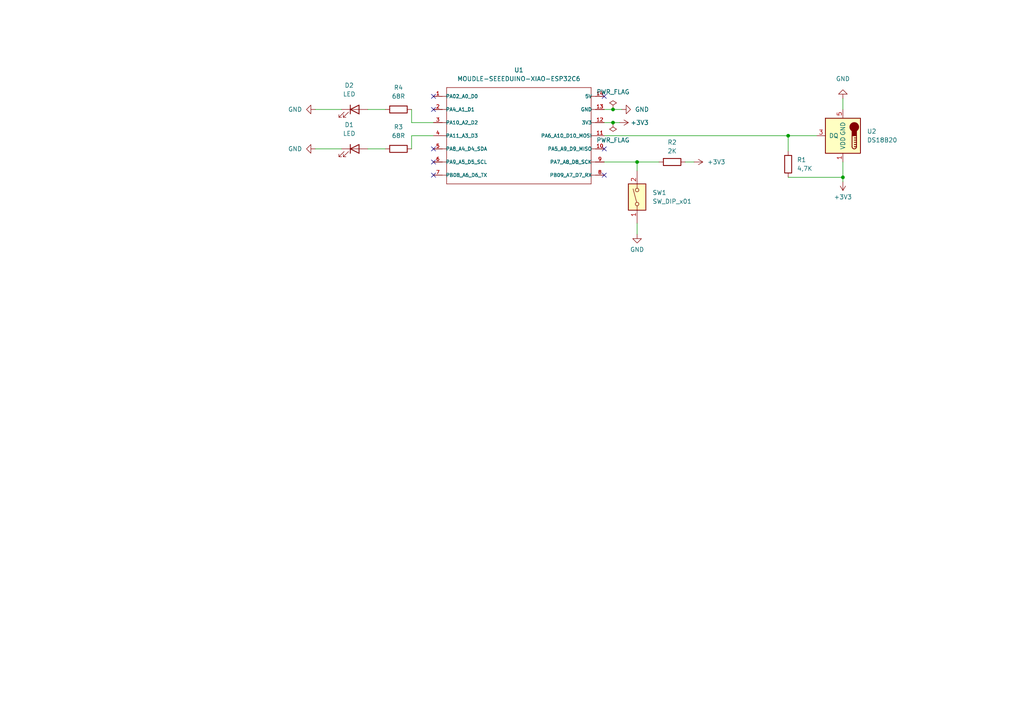
<source format=kicad_sch>
(kicad_sch (version 20231120) (generator "eeschema") (generator_version "8.0")
  (paper "A4")
  (lib_symbols
    (symbol "Device:LED" (pin_numbers hide) (pin_names (offset 1.016) hide)
      (property "Reference" "D" (at 0 2.54 0))
      (property "Value" "LED" (at 0 -2.54 0))
      (symbol "LED_0_1"
        (polyline (pts (xy -1.27 -1.27) (xy -1.27 1.27)) (stroke (width 0.254)))
        (polyline (pts (xy -1.27 0) (xy 1.27 0)))
        (polyline (pts (xy 1.27 -1.27) (xy 1.27 1.27) (xy -1.27 0) (xy 1.27 -1.27)) (stroke (width 0.254)))
        (polyline (pts (xy -3.048 -0.762) (xy -4.572 -2.286) (xy -3.81 -2.286) (xy -4.572 -2.286) (xy -4.572 -1.524)))
        (polyline (pts (xy -1.778 -0.762) (xy -3.302 -2.286) (xy -2.54 -2.286) (xy -3.302 -2.286) (xy -3.302 -1.524)))
      )
      (symbol "LED_1_1"
        (pin passive line (at -3.81 0 0) (length 2.54) (name "K") (number "1"))
        (pin passive line (at 3.81 0 180) (length 2.54) (name "A") (number "2"))
      )
    )
    (symbol "Device:R" (pin_numbers hide) (pin_names (offset 0))
      (property "Reference" "R" (at 2.032 0 90))
      (property "Value" "R" (at 0 0 90))
      (symbol "R_0_1"
        (rectangle (start -1.016 -2.54) (end 1.016 2.54) (stroke (width 0.254)))
      )
      (symbol "R_1_1"
        (pin passive line (at 0 3.81 270) (length 1.27) (name "~") (number "1"))
        (pin passive line (at 0 -3.81 90) (length 1.27) (name "~") (number "2"))
      )
    )
    (symbol "MOUDLE-SEEEDUINO-XIAO-ESP32C3:MOUDLE-SEEEDUINO-XIAO-ESP32C3" (pin_names (offset 1.016))
      (property "Reference" "U" (at -21.59 15.24 0))
      (property "Value" "MOUDLE-SEEEDUINO-XIAO-ESP32C3" (at -21.59 13.97 0))
      (symbol "MOUDLE-SEEEDUINO-XIAO-ESP32C3_0_0"
        (polyline (pts (xy -21.59 -13.97) (xy -21.59 0)) (stroke (width 0.1524)))
        (polyline (pts (xy -21.59 -11.43) (xy -22.86 -11.43)) (stroke (width 0.1524)))
        (polyline (pts (xy -21.59 -7.62) (xy -22.86 -7.62)) (stroke (width 0.1524)))
        (polyline (pts (xy -21.59 -3.81) (xy -22.86 -3.81)) (stroke (width 0.1524)))
        (polyline (pts (xy -21.59 0) (xy -22.86 0)) (stroke (width 0.1524)))
        (polyline (pts (xy -21.59 0) (xy -21.59 3.81)) (stroke (width 0.1524)))
        (polyline (pts (xy -21.59 3.81) (xy -22.86 3.81)) (stroke (width 0.1524)))
        (polyline (pts (xy -21.59 3.81) (xy -21.59 7.62)) (stroke (width 0.1524)))
        (polyline (pts (xy -21.59 7.62) (xy -22.86 7.62)) (stroke (width 0.1524)))
        (polyline (pts (xy -21.59 7.62) (xy -21.59 11.43)) (stroke (width 0.1524)))
        (polyline (pts (xy -21.59 11.43) (xy -22.86 11.43)) (stroke (width 0.1524)))
        (polyline (pts (xy -21.59 11.43) (xy -21.59 13.97)) (stroke (width 0.1524)))
        (polyline (pts (xy -21.59 13.97) (xy 20.32 13.97)) (stroke (width 0.1524)))
        (polyline (pts (xy 20.32 -13.97) (xy -21.59 -13.97)) (stroke (width 0.1524)))
        (polyline (pts (xy 20.32 3.81) (xy 20.32 -13.97)) (stroke (width 0.1524)))
        (polyline (pts (xy 20.32 7.62) (xy 20.32 3.81)) (stroke (width 0.1524)))
        (polyline (pts (xy 20.32 11.43) (xy 20.32 7.62)) (stroke (width 0.1524)))
        (polyline (pts (xy 20.32 13.97) (xy 20.32 11.43)) (stroke (width 0.1524)))
        (polyline (pts (xy 21.59 -11.43) (xy 20.32 -11.43)) (stroke (width 0.1524)))
        (polyline (pts (xy 21.59 -7.62) (xy 20.32 -7.62)) (stroke (width 0.1524)))
        (polyline (pts (xy 21.59 -3.81) (xy 20.32 -3.81)) (stroke (width 0.1524)))
        (polyline (pts (xy 21.59 0) (xy 20.32 0)) (stroke (width 0.1524)))
        (polyline (pts (xy 21.59 3.81) (xy 20.32 3.81)) (stroke (width 0.1524)))
        (polyline (pts (xy 21.59 7.62) (xy 20.32 7.62)) (stroke (width 0.1524)))
        (polyline (pts (xy 21.59 11.43) (xy 20.32 11.43)) (stroke (width 0.1524)))
        (pin bidirectional line (at -25.4 11.43 0) (length 2.54) (name "PA02_A0_D0") (number "1"))
        (pin bidirectional line (at 24.13 -3.81 180) (length 2.54) (name "PA5_A9_D9_MISO") (number "10"))
        (pin bidirectional line (at 24.13 0 180) (length 2.54) (name "PA6_A10_D10_MOSI") (number "11"))
        (pin bidirectional line (at 24.13 3.81 180) (length 2.54) (name "3V3") (number "12"))
        (pin bidirectional line (at 24.13 7.62 180) (length 2.54) (name "GND") (number "13"))
        (pin bidirectional line (at 24.13 11.43 180) (length 2.54) (name "5V") (number "14"))
        (pin bidirectional line (at -25.4 7.62 0) (length 2.54) (name "PA4_A1_D1") (number "2"))
        (pin bidirectional line (at -25.4 3.81 0) (length 2.54) (name "PA10_A2_D2") (number "3"))
        (pin bidirectional line (at -25.4 0 0) (length 2.54) (name "PA11_A3_D3") (number "4"))
        (pin bidirectional line (at -25.4 -3.81 0) (length 2.54) (name "PA8_A4_D4_SDA") (number "5"))
        (pin bidirectional line (at -25.4 -7.62 0) (length 2.54) (name "PA9_A5_D5_SCL") (number "6"))
        (pin bidirectional line (at -25.4 -11.43 0) (length 2.54) (name "PB08_A6_D6_TX") (number "7"))
        (pin bidirectional line (at 24.13 -11.43 180) (length 2.54) (name "PB09_A7_D7_RX") (number "8"))
        (pin bidirectional line (at 24.13 -7.62 180) (length 2.54) (name "PA7_A8_D8_SCK") (number "9"))
      )
    )
    (symbol "Sensor_Temperature:DS18B20" (pin_names (offset 1.016))
      (property "Reference" "U2" (at -6.985 -1.2701 0))
      (property "Value" "DS18B20" (at -6.985 1.2699 0))
      (symbol "DS18B20_0_1"
        (rectangle (start -5.08 5.08) (end 5.08 -5.08) (stroke (width 0.254)) (fill (type background)))
        (circle (center -3.302 -2.54) (radius 1.27) (stroke (width 0.254)) (fill (type outline)))
        (rectangle (start -2.667 -1.905) (end -3.937 0) (stroke (width 0.254)) (fill (type outline)))
        (arc (start -2.667 3.175) (mid -3.302 3.8072) (end -3.937 3.175) (stroke (width 0.254)))
        (polyline (pts (xy -3.937 0.635) (xy -3.302 0.635)) (stroke (width 0.254)))
        (polyline (pts (xy -3.937 1.27) (xy -3.302 1.27)) (stroke (width 0.254)))
        (polyline (pts (xy -3.937 1.905) (xy -3.302 1.905)) (stroke (width 0.254)))
        (polyline (pts (xy -3.937 2.54) (xy -3.302 2.54)) (stroke (width 0.254)))
        (polyline (pts (xy -3.937 3.175) (xy -3.937 0)) (stroke (width 0.254)))
        (polyline (pts (xy -3.937 3.175) (xy -3.302 3.175)) (stroke (width 0.254)))
        (polyline (pts (xy -2.667 3.175) (xy -2.667 0)) (stroke (width 0.254)))
      )
      (symbol "DS18B20_1_1"
        (pin power_in line (at 0 7.62 270) (length 2.54) (name "VDD") (number "1"))
        (pin bidirectional line (at 7.62 0 180) (length 2.54) (name "DQ") (number "3"))
        (pin power_in line (at 0 -7.62 90) (length 2.54) (name "GND") (number "5"))
      )
    )
    (symbol "Switch:SW_DIP_x01" (pin_names (offset 0) hide)
      (property "Reference" "SW" (at 0 3.81 0))
      (property "Value" "SW_DIP_x01" (at 0 -3.81 0))
      (symbol "SW_DIP_x01_0_0"
        (circle (center -2.032 0) (radius 0.508))
        (polyline (pts (xy -1.524 0.127) (xy 2.3622 1.1684)))
        (circle (center 2.032 0) (radius 0.508))
      )
      (symbol "SW_DIP_x01_0_1"
        (rectangle (start -3.81 2.54) (end 3.81 -2.54) (stroke (width 0.254)) (fill (type background)))
      )
      (symbol "SW_DIP_x01_1_1"
        (pin passive line (at -7.62 0 0) (length 5.08) (name "~") (number "1"))
        (pin passive line (at 7.62 0 180) (length 5.08) (name "~") (number "2"))
      )
    )
    (symbol "power:+3.3V" (power) (pin_names (offset 0))
      (property "Value" "+3.3V" (at 0 3.556 0))
      (symbol "+3.3V_0_1"
        (polyline (pts (xy -0.762 1.27) (xy 0 2.54)))
        (polyline (pts (xy 0 0) (xy 0 2.54)))
        (polyline (pts (xy 0 2.54) (xy 0.762 1.27)))
      )
      (symbol "+3.3V_1_1"
        (pin power_in line (at 0 0 90) (length 0) hide (name "+3V3") (number "1"))
      )
    )
    (symbol "power:GND" (power) (pin_names (offset 0))
      (property "Value" "GND" (at 0 -3.81 0))
      (symbol "GND_0_1"
        (polyline (pts (xy 0 0) (xy 0 -1.27) (xy 1.27 -1.27) (xy 0 -2.54) (xy -1.27 -1.27) (xy 0 -1.27)))
      )
      (symbol "GND_1_1"
        (pin power_in line (at 0 0 270) (length 0) hide (name "GND") (number "1"))
      )
    )
    (symbol "power:PWR_FLAG" (power) (pin_numbers hide) (pin_names (offset 0) hide)
      (property "Value" "PWR_FLAG" (at 0 3.81 0))
      (symbol "PWR_FLAG_0_0"
        (pin power_out line (at 0 0 90) (length 0) (name "~") (number "1"))
      )
      (symbol "PWR_FLAG_0_1"
        (polyline (pts (xy 0 0) (xy 0 1.27) (xy -1.016 1.905) (xy 0 2.54) (xy 1.016 1.905) (xy 0 1.27)))
      )
    )
  )
  (junction (at 184.785 46.99))
  (junction (at 177.8 31.75))
  (junction (at 177.8 35.56))
  (junction (at 244.475 51.435))
  (junction (at 228.6 39.37))
  (no_connect (at 125.73 50.8))
  (no_connect (at 175.26 50.8))
  (no_connect (at 125.73 43.18))
  (no_connect (at 125.73 46.99))
  (no_connect (at 125.73 27.94))
  (no_connect (at 175.26 43.18))
  (no_connect (at 125.73 31.75))
  (no_connect (at 175.26 27.94))
  (wire (pts (xy 175.26 31.75) (xy 177.8 31.75)))
  (wire (pts (xy 198.755 46.99) (xy 201.295 46.99)))
  (wire (pts (xy 244.475 28.575) (xy 244.475 31.75)))
  (wire (pts (xy 125.73 39.37) (xy 119.38 39.37)))
  (wire (pts (xy 244.475 46.99) (xy 244.475 51.435)))
  (wire (pts (xy 175.26 46.99) (xy 184.785 46.99)))
  (wire (pts (xy 175.26 35.56) (xy 177.8 35.56)))
  (wire (pts (xy 228.6 39.37) (xy 236.855 39.37)))
  (wire (pts (xy 119.38 35.56) (xy 119.38 31.75)))
  (wire (pts (xy 91.44 31.75) (xy 99.06 31.75)))
  (wire (pts (xy 244.475 51.435) (xy 244.475 52.705)))
  (wire (pts (xy 119.38 39.37) (xy 119.38 43.18)))
  (wire (pts (xy 106.68 43.18) (xy 111.76 43.18)))
  (wire (pts (xy 177.8 35.56) (xy 179.705 35.56)))
  (wire (pts (xy 228.6 43.815) (xy 228.6 39.37)))
  (wire (pts (xy 184.785 64.77) (xy 184.785 67.945)))
  (wire (pts (xy 228.6 51.435) (xy 244.475 51.435)))
  (wire (pts (xy 177.8 31.75) (xy 180.34 31.75)))
  (wire (pts (xy 125.73 35.56) (xy 119.38 35.56)))
  (wire (pts (xy 91.44 43.18) (xy 99.06 43.18)))
  (wire (pts (xy 184.785 46.99) (xy 184.785 49.53)))
  (wire (pts (xy 175.26 39.37) (xy 228.6 39.37)))
  (wire (pts (xy 106.68 31.75) (xy 111.76 31.75)))
  (wire (pts (xy 184.785 46.99) (xy 191.135 46.99)))
  (symbol (lib_id "Device:R") (at 115.57 31.75 270) (unit 1)
    (property "Reference" "R4" (at 115.57 25.4 90))
    (property "Value" "68R" (at 115.57 27.94 90))
    (property "Footprint" "Resistor_SMD:R_0603_1608Metric_Pad0.98x0.95mm_HandSolder" (effects (hide yes)))
  )
  (symbol (lib_id "Device:LED") (at 102.87 43.18 0) (unit 1)
    (property "Reference" "D1" (at 101.2825 36.195 0))
    (property "Value" "LED" (at 101.2825 38.735 0))
    (property "Footprint" "LED_SMD:LED_1206_3216Metric" (effects (hide yes)))
  )
  (symbol (lib_id "power:GND") (at 180.34 31.75 90) (unit 1)
    (property "Reference" "#PWR012" (effects (hide yes)))
    (property "Value" "GND" (at 184.15 31.7499 90) (effects (justify right)))
  )
  (symbol (lib_id "power:+3.3V") (at 179.705 35.56 270) (unit 1)
    (property "Reference" "#PWR011" (effects (hide yes)))
    (property "Value" "+3V3" (at 182.88 35.5599 90) (effects (justify left)))
  )
  (symbol (lib_id "power:PWR_FLAG") (at 177.8 35.56 180) (unit 1)
    (property "Reference" "#FLG2" (effects (hide yes)))
    (property "Value" "PWR_FLAG" (at 177.8 40.64 0))
    (property "Description" "Special symbol for telling ERC where power comes from" (effects (hide yes)))
  )
  (symbol (lib_id "Device:R") (at 194.945 46.99 90) (unit 1)
    (property "Reference" "R2" (at 194.945 41.275 90))
    (property "Value" "2K" (at 194.945 43.815 90))
    (property "Footprint" "Resistor_SMD:R_0603_1608Metric_Pad0.98x0.95mm_HandSolder" (effects (hide yes)))
  )
  (symbol (lib_id "Device:LED") (at 102.87 31.75 0) (unit 1)
    (property "Reference" "D2" (at 101.2825 24.765 0))
    (property "Value" "LED" (at 101.2825 27.305 0))
    (property "Footprint" "LED_SMD:LED_1206_3216Metric" (effects (hide yes)))
  )
  (symbol (lib_id "power:GND") (at 244.475 28.575 180) (unit 1)
    (property "Reference" "#PWR020" (effects (hide yes)))
    (property "Value" "GND" (at 244.475 22.86 0))
  )
  (symbol (lib_id "Sensor_Temperature:DS18B20") (at 244.475 39.37 180) (unit 1)
    (property "Reference" "U2" (at 251.46 38.0999 0) (effects (justify right)))
    (property "Value" "DS18B20" (at 251.46 40.6399 0) (effects (justify right)))
    (property "Footprint" "footprints:CONN3_2059-303&slash_998-403_WAG" (effects (hide yes)))
    (property "Datasheet" "http://datasheets.maximintegrated.com/en/ds/DS18B20.pdf" (effects (hide yes)))
  )
  (symbol (lib_id "power:GND") (at 91.44 31.75 270) (unit 1)
    (property "Reference" "#PWR1" (effects (hide yes)))
    (property "Value" "GND" (at 87.63 31.7499 90) (effects (justify right)))
  )
  (symbol (lib_id "power:PWR_FLAG") (at 177.8 31.75 0) (unit 1)
    (property "Reference" "#FLG1" (effects (hide yes)))
    (property "Value" "PWR_FLAG" (at 177.8 26.67 0))
    (property "Description" "Special symbol for telling ERC where power comes from" (effects (hide yes)))
  )
  (symbol (lib_id "Switch:SW_DIP_x01") (at 184.785 57.15 90) (unit 1)
    (property "Reference" "SW1" (at 189.23 55.8799 90) (effects (justify right)))
    (property "Value" "SW_DIP_x01" (at 189.23 58.4199 90) (effects (justify right)))
    (property "Footprint" "Button_Switch_THT:SW_PUSH_6mm_H4.3mm" (effects (hide yes)))
  )
  (symbol (lib_id "Device:R") (at 115.57 43.18 270) (unit 1)
    (property "Reference" "R3" (at 115.57 36.83 90))
    (property "Value" "68R" (at 115.57 39.37 90))
    (property "Footprint" "Resistor_SMD:R_0603_1608Metric_Pad0.98x0.95mm_HandSolder" (effects (hide yes)))
  )
  (symbol (lib_id "power:+3.3V") (at 244.475 52.705 180) (unit 1)
    (property "Reference" "#PWR021" (effects (hide yes)))
    (property "Value" "+3V3" (at 244.475 57.15 0))
  )
  (symbol (lib_id "Device:R") (at 228.6 47.625 0) (unit 1)
    (property "Reference" "R1" (at 231.14 46.3549 0) (effects (justify left)))
    (property "Value" "4,7K" (at 231.14 48.8949 0) (effects (justify left)))
    (property "Footprint" "Resistor_SMD:R_0603_1608Metric_Pad0.98x0.95mm_HandSolder" (effects (hide yes)))
  )
  (symbol (lib_id "power:GND") (at 184.785 67.945 0) (unit 1)
    (property "Reference" "#PWR013" (effects (hide yes)))
    (property "Value" "GND" (at 184.785 72.39 0))
  )
  (symbol (lib_id "MOUDLE-SEEEDUINO-XIAO-ESP32C3:MOUDLE-SEEEDUINO-XIAO-ESP32C3") (at 151.13 39.37 0) (unit 1)
    (property "Reference" "U1" (at 150.495 20.32 0))
    (property "Value" "MOUDLE-SEEEDUINO-XIAO-ESP32C6" (at 150.495 22.86 0))
    (property "Footprint" "xiao ESP32C3_PCB:MOUDLE14P-SMD-2.54-21X17.8MM" (effects (hide yes)))
  )
  (symbol (lib_id "power:+3.3V") (at 201.295 46.99 270) (unit 1)
    (property "Reference" "#PWR016" (effects (hide yes)))
    (property "Value" "+3V3" (at 205.105 46.9899 90) (effects (justify left)))
  )
  (symbol (lib_id "power:GND") (at 91.44 43.18 270) (unit 1)
    (property "Reference" "#PWR07" (effects (hide yes)))
    (property "Value" "GND" (at 87.63 43.1799 90) (effects (justify right)))
  )
)
</source>
